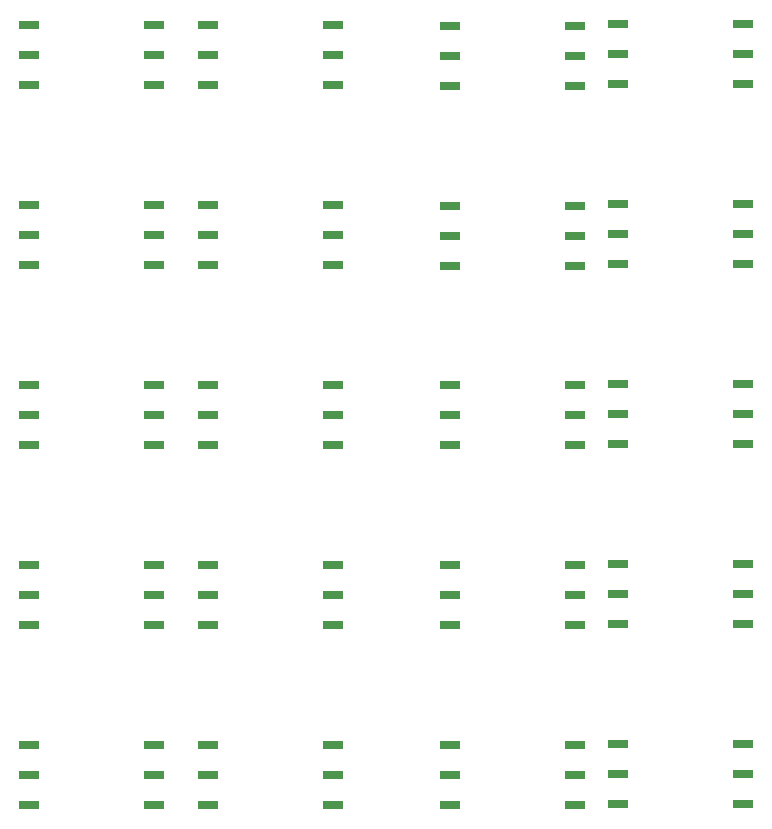
<source format=gtp>
%TF.GenerationSoftware,KiCad,Pcbnew,(5.99.0-2415-gbbdd3fce7)*%
%TF.CreationDate,2020-09-24T22:56:08-07:00*%
%TF.ProjectId,BubblePCB_20,42756262-6c65-4504-9342-5f32302e6b69,rev?*%
%TF.SameCoordinates,Original*%
%TF.FileFunction,Paste,Top*%
%TF.FilePolarity,Positive*%
%FSLAX46Y46*%
G04 Gerber Fmt 4.6, Leading zero omitted, Abs format (unit mm)*
G04 Created by KiCad (PCBNEW (5.99.0-2415-gbbdd3fce7)) date 2020-09-24 22:56:08*
%MOMM*%
%LPD*%
G01*
G04 APERTURE LIST*
%ADD10R,1.750000X0.650000*%
G04 APERTURE END LIST*
D10*
%TO.C,U15*%
X73873000Y-61381000D03*
X73873000Y-58841000D03*
X73873000Y-56301000D03*
X84473000Y-56301000D03*
X84473000Y-58841000D03*
X84473000Y-61381000D03*
%TD*%
%TO.C,U13*%
X73883000Y-91821000D03*
X73883000Y-89281000D03*
X73883000Y-86741000D03*
X84483000Y-86741000D03*
X84483000Y-89281000D03*
X84483000Y-91821000D03*
%TD*%
%TO.C,U8*%
X64000000Y-86700000D03*
X64000000Y-89240000D03*
X64000000Y-91780000D03*
X53400000Y-91780000D03*
X53400000Y-89240000D03*
X53400000Y-86700000D03*
%TD*%
%TO.C,U14*%
X73873000Y-76621000D03*
X73873000Y-74081000D03*
X73873000Y-71541000D03*
X84473000Y-71541000D03*
X84473000Y-74081000D03*
X84473000Y-76621000D03*
%TD*%
%TO.C,U18*%
X98740000Y-86620000D03*
X98740000Y-89160000D03*
X98740000Y-91700000D03*
X88140000Y-91700000D03*
X88140000Y-89160000D03*
X88140000Y-86620000D03*
%TD*%
%TO.C,U3*%
X38230201Y-91850000D03*
X38230201Y-89310000D03*
X38230201Y-86770000D03*
X48830201Y-86770000D03*
X48830201Y-89310000D03*
X48830201Y-91850000D03*
%TD*%
%TO.C,U17*%
X98740000Y-101860000D03*
X98740000Y-104400000D03*
X98740000Y-106940000D03*
X88140000Y-106940000D03*
X88140000Y-104400000D03*
X88140000Y-101860000D03*
%TD*%
%TO.C,U20*%
X98740000Y-56140000D03*
X98740000Y-58680000D03*
X98740000Y-61220000D03*
X88140000Y-61220000D03*
X88140000Y-58680000D03*
X88140000Y-56140000D03*
%TD*%
%TO.C,U16*%
X98740000Y-117100000D03*
X98740000Y-119640000D03*
X98740000Y-122180000D03*
X88140000Y-122180000D03*
X88140000Y-119640000D03*
X88140000Y-117100000D03*
%TD*%
%TO.C,U12*%
X73883000Y-107061000D03*
X73883000Y-104521000D03*
X73883000Y-101981000D03*
X84483000Y-101981000D03*
X84483000Y-104521000D03*
X84483000Y-107061000D03*
%TD*%
%TO.C,U5*%
X38230201Y-61370000D03*
X38230201Y-58830000D03*
X38230201Y-56290000D03*
X48830201Y-56290000D03*
X48830201Y-58830000D03*
X48830201Y-61370000D03*
%TD*%
%TO.C,U6*%
X64000000Y-117180000D03*
X64000000Y-119720000D03*
X64000000Y-122260000D03*
X53400000Y-122260000D03*
X53400000Y-119720000D03*
X53400000Y-117180000D03*
%TD*%
%TO.C,U2*%
X38230201Y-107090000D03*
X38230201Y-104550000D03*
X38230201Y-102010000D03*
X48830201Y-102010000D03*
X48830201Y-104550000D03*
X48830201Y-107090000D03*
%TD*%
%TO.C,U10*%
X64000000Y-56220000D03*
X64000000Y-58760000D03*
X64000000Y-61300000D03*
X53400000Y-61300000D03*
X53400000Y-58760000D03*
X53400000Y-56220000D03*
%TD*%
%TO.C,U4*%
X38230201Y-76610000D03*
X38230201Y-74070000D03*
X38230201Y-71530000D03*
X48830201Y-71530000D03*
X48830201Y-74070000D03*
X48830201Y-76610000D03*
%TD*%
%TO.C,U7*%
X64000000Y-101940000D03*
X64000000Y-104480000D03*
X64000000Y-107020000D03*
X53400000Y-107020000D03*
X53400000Y-104480000D03*
X53400000Y-101940000D03*
%TD*%
%TO.C,U9*%
X64000000Y-71460000D03*
X64000000Y-74000000D03*
X64000000Y-76540000D03*
X53400000Y-76540000D03*
X53400000Y-74000000D03*
X53400000Y-71460000D03*
%TD*%
%TO.C,U1*%
X38230201Y-122330000D03*
X38230201Y-119790000D03*
X38230201Y-117250000D03*
X48830201Y-117250000D03*
X48830201Y-119790000D03*
X48830201Y-122330000D03*
%TD*%
%TO.C,U19*%
X98740000Y-71380000D03*
X98740000Y-73920000D03*
X98740000Y-76460000D03*
X88140000Y-76460000D03*
X88140000Y-73920000D03*
X88140000Y-71380000D03*
%TD*%
%TO.C,U11*%
X73883000Y-122301000D03*
X73883000Y-119761000D03*
X73883000Y-117221000D03*
X84483000Y-117221000D03*
X84483000Y-119761000D03*
X84483000Y-122301000D03*
%TD*%
M02*

</source>
